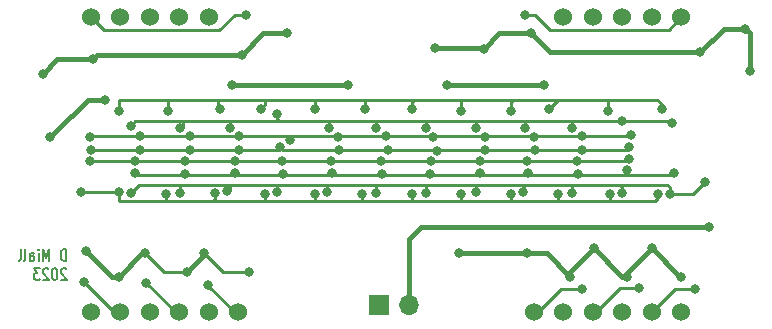
<source format=gbr>
%TF.GenerationSoftware,KiCad,Pcbnew,7.99.0-3564-gbeb917e572-dirty*%
%TF.CreationDate,2023-11-16T20:45:22+00:00*%
%TF.ProjectId,VFD Replacement,56464420-5265-4706-9c61-63656d656e74,rev?*%
%TF.SameCoordinates,Original*%
%TF.FileFunction,Copper,L2,Bot*%
%TF.FilePolarity,Positive*%
%FSLAX46Y46*%
G04 Gerber Fmt 4.6, Leading zero omitted, Abs format (unit mm)*
G04 Created by KiCad (PCBNEW 7.99.0-3564-gbeb917e572-dirty) date 2023-11-16 20:45:22*
%MOMM*%
%LPD*%
G01*
G04 APERTURE LIST*
%ADD10C,0.130000*%
%TA.AperFunction,NonConductor*%
%ADD11C,0.130000*%
%TD*%
%TA.AperFunction,ComponentPad*%
%ADD12C,1.524000*%
%TD*%
%TA.AperFunction,ComponentPad*%
%ADD13R,1.700000X1.700000*%
%TD*%
%TA.AperFunction,ComponentPad*%
%ADD14O,1.700000X1.700000*%
%TD*%
%TA.AperFunction,ViaPad*%
%ADD15C,0.800000*%
%TD*%
%TA.AperFunction,Conductor*%
%ADD16C,0.400000*%
%TD*%
%TA.AperFunction,Conductor*%
%ADD17C,0.250000*%
%TD*%
G04 APERTURE END LIST*
D10*
D11*
X129923997Y-64860915D02*
X129923997Y-63860915D01*
X129923997Y-63860915D02*
X129733521Y-63860915D01*
X129733521Y-63860915D02*
X129619235Y-63908534D01*
X129619235Y-63908534D02*
X129543045Y-64003772D01*
X129543045Y-64003772D02*
X129504950Y-64099010D01*
X129504950Y-64099010D02*
X129466854Y-64289486D01*
X129466854Y-64289486D02*
X129466854Y-64432343D01*
X129466854Y-64432343D02*
X129504950Y-64622819D01*
X129504950Y-64622819D02*
X129543045Y-64718057D01*
X129543045Y-64718057D02*
X129619235Y-64813296D01*
X129619235Y-64813296D02*
X129733521Y-64860915D01*
X129733521Y-64860915D02*
X129923997Y-64860915D01*
X128514473Y-64860915D02*
X128514473Y-63860915D01*
X128514473Y-63860915D02*
X128247807Y-64575200D01*
X128247807Y-64575200D02*
X127981140Y-63860915D01*
X127981140Y-63860915D02*
X127981140Y-64860915D01*
X127600187Y-64860915D02*
X127600187Y-64194248D01*
X127600187Y-63860915D02*
X127638283Y-63908534D01*
X127638283Y-63908534D02*
X127600187Y-63956153D01*
X127600187Y-63956153D02*
X127562092Y-63908534D01*
X127562092Y-63908534D02*
X127600187Y-63860915D01*
X127600187Y-63860915D02*
X127600187Y-63956153D01*
X126876378Y-64860915D02*
X126876378Y-64337105D01*
X126876378Y-64337105D02*
X126914473Y-64241867D01*
X126914473Y-64241867D02*
X126990664Y-64194248D01*
X126990664Y-64194248D02*
X127143045Y-64194248D01*
X127143045Y-64194248D02*
X127219235Y-64241867D01*
X126876378Y-64813296D02*
X126952569Y-64860915D01*
X126952569Y-64860915D02*
X127143045Y-64860915D01*
X127143045Y-64860915D02*
X127219235Y-64813296D01*
X127219235Y-64813296D02*
X127257331Y-64718057D01*
X127257331Y-64718057D02*
X127257331Y-64622819D01*
X127257331Y-64622819D02*
X127219235Y-64527581D01*
X127219235Y-64527581D02*
X127143045Y-64479962D01*
X127143045Y-64479962D02*
X126952569Y-64479962D01*
X126952569Y-64479962D02*
X126876378Y-64432343D01*
X126381140Y-64860915D02*
X126457330Y-64813296D01*
X126457330Y-64813296D02*
X126495425Y-64718057D01*
X126495425Y-64718057D02*
X126495425Y-63860915D01*
X125962092Y-64860915D02*
X126038282Y-64813296D01*
X126038282Y-64813296D02*
X126076377Y-64718057D01*
X126076377Y-64718057D02*
X126076377Y-63860915D01*
X129962093Y-65566097D02*
X129923997Y-65518478D01*
X129923997Y-65518478D02*
X129847807Y-65470859D01*
X129847807Y-65470859D02*
X129657331Y-65470859D01*
X129657331Y-65470859D02*
X129581140Y-65518478D01*
X129581140Y-65518478D02*
X129543045Y-65566097D01*
X129543045Y-65566097D02*
X129504950Y-65661335D01*
X129504950Y-65661335D02*
X129504950Y-65756573D01*
X129504950Y-65756573D02*
X129543045Y-65899430D01*
X129543045Y-65899430D02*
X130000188Y-66470859D01*
X130000188Y-66470859D02*
X129504950Y-66470859D01*
X129009711Y-65470859D02*
X128933521Y-65470859D01*
X128933521Y-65470859D02*
X128857330Y-65518478D01*
X128857330Y-65518478D02*
X128819235Y-65566097D01*
X128819235Y-65566097D02*
X128781140Y-65661335D01*
X128781140Y-65661335D02*
X128743045Y-65851811D01*
X128743045Y-65851811D02*
X128743045Y-66089906D01*
X128743045Y-66089906D02*
X128781140Y-66280382D01*
X128781140Y-66280382D02*
X128819235Y-66375620D01*
X128819235Y-66375620D02*
X128857330Y-66423240D01*
X128857330Y-66423240D02*
X128933521Y-66470859D01*
X128933521Y-66470859D02*
X129009711Y-66470859D01*
X129009711Y-66470859D02*
X129085902Y-66423240D01*
X129085902Y-66423240D02*
X129123997Y-66375620D01*
X129123997Y-66375620D02*
X129162092Y-66280382D01*
X129162092Y-66280382D02*
X129200188Y-66089906D01*
X129200188Y-66089906D02*
X129200188Y-65851811D01*
X129200188Y-65851811D02*
X129162092Y-65661335D01*
X129162092Y-65661335D02*
X129123997Y-65566097D01*
X129123997Y-65566097D02*
X129085902Y-65518478D01*
X129085902Y-65518478D02*
X129009711Y-65470859D01*
X128438283Y-65566097D02*
X128400187Y-65518478D01*
X128400187Y-65518478D02*
X128323997Y-65470859D01*
X128323997Y-65470859D02*
X128133521Y-65470859D01*
X128133521Y-65470859D02*
X128057330Y-65518478D01*
X128057330Y-65518478D02*
X128019235Y-65566097D01*
X128019235Y-65566097D02*
X127981140Y-65661335D01*
X127981140Y-65661335D02*
X127981140Y-65756573D01*
X127981140Y-65756573D02*
X128019235Y-65899430D01*
X128019235Y-65899430D02*
X128476378Y-66470859D01*
X128476378Y-66470859D02*
X127981140Y-66470859D01*
X127714473Y-65470859D02*
X127219235Y-65470859D01*
X127219235Y-65470859D02*
X127485901Y-65851811D01*
X127485901Y-65851811D02*
X127371616Y-65851811D01*
X127371616Y-65851811D02*
X127295425Y-65899430D01*
X127295425Y-65899430D02*
X127257330Y-65947049D01*
X127257330Y-65947049D02*
X127219235Y-66042287D01*
X127219235Y-66042287D02*
X127219235Y-66280382D01*
X127219235Y-66280382D02*
X127257330Y-66375620D01*
X127257330Y-66375620D02*
X127295425Y-66423240D01*
X127295425Y-66423240D02*
X127371616Y-66470859D01*
X127371616Y-66470859D02*
X127600187Y-66470859D01*
X127600187Y-66470859D02*
X127676378Y-66423240D01*
X127676378Y-66423240D02*
X127714473Y-66375620D01*
D12*
%TO.P,J3,1,Pin_1*%
%TO.N,/G1*%
X132028196Y-69200000D03*
%TO.P,J3,2,Pin_2*%
%TO.N,/G2*%
X134528196Y-69200000D03*
%TO.P,J3,3,Pin_3*%
%TO.N,/G3*%
X137028196Y-69200000D03*
%TO.P,J3,4,Pin_4*%
%TO.N,/G4*%
X139528196Y-69200000D03*
%TO.P,J3,5,Pin_5*%
%TO.N,/G5*%
X142028196Y-69200000D03*
%TO.P,J3,6,Pin_6*%
%TO.N,/G6*%
X144528196Y-69200000D03*
%TD*%
%TO.P,J1,5,Pin_5*%
%TO.N,/F*%
X142028196Y-44200000D03*
%TO.P,J1,4,Pin_4*%
%TO.N,/G*%
X139528196Y-44200000D03*
%TO.P,J1,3,Pin_3*%
%TO.N,/E*%
X137028196Y-44200000D03*
%TO.P,J1,2,Pin_2*%
%TO.N,/D*%
X134528196Y-44200000D03*
%TO.P,J1,1,Pin_1*%
%TO.N,/Fil A*%
X132028196Y-44200000D03*
%TD*%
D13*
%TO.P,J5,1,Pin_1*%
%TO.N,-27V*%
X156460000Y-68600000D03*
D14*
%TO.P,J5,2,Pin_2*%
%TO.N,+22V*%
X159000000Y-68600000D03*
%TD*%
D12*
%TO.P,J4,1,Pin_1*%
%TO.N,/G7*%
X169525000Y-69200000D03*
%TO.P,J4,2,Pin_2*%
%TO.N,/G8*%
X172025000Y-69200000D03*
%TO.P,J4,3,Pin_3*%
%TO.N,/G9*%
X174525000Y-69200000D03*
%TO.P,J4,4,Pin_4*%
%TO.N,/G10*%
X177025000Y-69200000D03*
%TO.P,J4,5,Pin_5*%
%TO.N,/G11*%
X179525000Y-69200000D03*
%TO.P,J4,6,Pin_6*%
%TO.N,/G12*%
X182025000Y-69200000D03*
%TD*%
%TO.P,J2,5,Pin_5*%
%TO.N,/Fil B*%
X182028196Y-44200000D03*
%TO.P,J2,4,Pin_4*%
%TO.N,/DP*%
X179528196Y-44200000D03*
%TO.P,J2,3,Pin_3*%
%TO.N,/C*%
X177028196Y-44200000D03*
%TO.P,J2,2,Pin_2*%
%TO.N,/B*%
X174528196Y-44200000D03*
%TO.P,J2,1,Pin_1*%
%TO.N,/A*%
X172028196Y-44200000D03*
%TD*%
D15*
%TO.N,+22V*%
X187800000Y-48800000D03*
X184400000Y-62000000D03*
%TO.N,-27V*%
X163200000Y-64200000D03*
X170400000Y-50000000D03*
X162200000Y-50000000D03*
X144000000Y-50000000D03*
X153815902Y-50000000D03*
X128600000Y-54400000D03*
X133200000Y-51200000D03*
%TO.N,+22V*%
X161200000Y-46800000D03*
%TO.N,-27V*%
X131600000Y-64000000D03*
X134400000Y-66200000D03*
X169000000Y-64224500D03*
X172600000Y-66200000D03*
X174600000Y-63800000D03*
X177400000Y-66200000D03*
X179524500Y-63800000D03*
X182000000Y-66200000D03*
X136600000Y-64200000D03*
X140200000Y-65800000D03*
X141600000Y-64200000D03*
X145400000Y-65800000D03*
%TO.N,+22V*%
X144812299Y-47412299D03*
X148600000Y-45600000D03*
X132200000Y-47800000D03*
X128000000Y-49000000D03*
X165324500Y-46887322D03*
X169324598Y-45600000D03*
X187400000Y-45200000D03*
X183600000Y-47200000D03*
%TO.N,/Ds*%
X131200000Y-59000000D03*
%TO.N,/DPs*%
X184000000Y-58200000D03*
X177000000Y-59075500D03*
X172800000Y-59075500D03*
X168600000Y-59000000D03*
X164600000Y-59000000D03*
X160400000Y-59075500D03*
X156200000Y-59075500D03*
X152000000Y-59000000D03*
X147800000Y-59000000D03*
X143600000Y-58975500D03*
X139600000Y-59075500D03*
X135400000Y-59075500D03*
X181024968Y-59199346D03*
%TO.N,/Cs*%
X177400000Y-57200000D03*
X173246060Y-57465909D03*
X169007507Y-57458882D03*
X165011452Y-57441247D03*
X160759928Y-57483473D03*
X156646060Y-57465909D03*
X152407507Y-57458882D03*
X148270441Y-57464363D03*
X144194032Y-57399485D03*
X139983418Y-57470229D03*
X135810872Y-57457205D03*
X181400000Y-57400000D03*
%TO.N,/Es*%
X135800000Y-56400000D03*
X140000000Y-56400000D03*
X144200000Y-56400000D03*
X148200000Y-56400000D03*
X156600000Y-56400000D03*
X160800000Y-56400000D03*
X165000000Y-56400000D03*
X169000000Y-56400000D03*
X173200000Y-56400000D03*
X152400000Y-56400000D03*
X177587701Y-56212299D03*
X131999651Y-56430168D03*
%TO.N,/Gs*%
X136200000Y-55430732D03*
X140400000Y-55430732D03*
X144600000Y-55430732D03*
X148044642Y-55213899D03*
X153000000Y-55430732D03*
X157150344Y-55477576D03*
X161365001Y-55573729D03*
X165400000Y-55430732D03*
X169600000Y-55430732D03*
X173600000Y-55430732D03*
X177600000Y-55200000D03*
X132011219Y-55430732D03*
%TO.N,/Fs*%
X136200000Y-54325000D03*
X140400000Y-54325000D03*
X144600000Y-54325000D03*
X148874197Y-54656365D03*
X152939224Y-54345120D03*
X157000000Y-54325000D03*
X161037251Y-54370011D03*
X165383437Y-54331418D03*
X169539224Y-54345120D03*
X173600000Y-54325000D03*
X132000000Y-54400000D03*
X177796752Y-54202777D03*
%TO.N,/Bs*%
X177000000Y-53000000D03*
X172800000Y-53600000D03*
X168800000Y-53600000D03*
X164600000Y-53600000D03*
X160400000Y-53600000D03*
X156200000Y-53600000D03*
X152200000Y-53600000D03*
X147800000Y-52400000D03*
X143800000Y-53600000D03*
X139600000Y-53600000D03*
X181200000Y-53200000D03*
X135400000Y-53400000D03*
%TO.N,/As*%
X138600000Y-52200000D03*
X143000000Y-52000000D03*
X146400000Y-52000000D03*
X151000000Y-52000000D03*
X155200000Y-52000000D03*
X159200000Y-52000000D03*
X163400000Y-52200000D03*
X167600000Y-52200000D03*
X170800000Y-52000000D03*
X175800000Y-52200000D03*
X134400000Y-52200000D03*
X180400000Y-52000000D03*
%TO.N,/Ds*%
X138400000Y-59200000D03*
X142547408Y-59134260D03*
X146800000Y-59200000D03*
X151000000Y-59200000D03*
X155000000Y-59200000D03*
X159200000Y-59200000D03*
X163400000Y-59200000D03*
X167600000Y-59200000D03*
X171600000Y-59200000D03*
X176000000Y-59200000D03*
X134400000Y-59000000D03*
X180025808Y-59225500D03*
%TO.N,/Fil A*%
X145200000Y-44000000D03*
%TO.N,/Fil B*%
X168800000Y-44000000D03*
%TO.N,/G2*%
X131416520Y-66683533D03*
%TO.N,/G4*%
X136742389Y-66733012D03*
%TO.N,/G6*%
X141987701Y-66887701D03*
%TO.N,/G11*%
X183200000Y-67200000D03*
%TO.N,/G7*%
X173600000Y-67200000D03*
%TO.N,/G9*%
X178400000Y-67137701D03*
%TD*%
D16*
%TO.N,+22V*%
X161200000Y-46800000D02*
X165237178Y-46800000D01*
X165237178Y-46800000D02*
X165324500Y-46887322D01*
%TO.N,-27V*%
X153815902Y-50000000D02*
X144000000Y-50000000D01*
D17*
%TO.N,/As*%
X146400000Y-52000000D02*
X146800000Y-51600000D01*
X146800000Y-51600000D02*
X146800000Y-51200000D01*
%TO.N,/Bs*%
X147800000Y-52400000D02*
X147800000Y-52800000D01*
X147800000Y-52800000D02*
X148000000Y-53000000D01*
D16*
%TO.N,+22V*%
X159000000Y-63000000D02*
X160000000Y-62000000D01*
X159000000Y-68600000D02*
X159000000Y-63000000D01*
X160000000Y-62000000D02*
X160600000Y-62000000D01*
X160600000Y-62000000D02*
X184400000Y-62000000D01*
X187800000Y-48800000D02*
X187800000Y-45600000D01*
X187800000Y-45600000D02*
X187400000Y-45200000D01*
%TO.N,-27V*%
X169000000Y-64224500D02*
X163224500Y-64224500D01*
X163224500Y-64224500D02*
X163200000Y-64200000D01*
X177400000Y-66200000D02*
X177400000Y-65924500D01*
X177400000Y-65924500D02*
X179524500Y-63800000D01*
X172600000Y-66200000D02*
X172600000Y-65800000D01*
X172600000Y-65800000D02*
X174600000Y-63800000D01*
X164800000Y-50000000D02*
X162200000Y-50000000D01*
X169600000Y-50000000D02*
X164800000Y-50000000D01*
X170400000Y-50000000D02*
X169600000Y-50000000D01*
X131600000Y-51400000D02*
X131800000Y-51200000D01*
X131800000Y-51200000D02*
X133200000Y-51200000D01*
X129200000Y-53800000D02*
X131600000Y-51400000D01*
X128600000Y-54400000D02*
X129200000Y-53800000D01*
X136600000Y-64200000D02*
X136400000Y-64200000D01*
X136400000Y-64200000D02*
X134400000Y-66200000D01*
X141600000Y-64200000D02*
X141600000Y-64400000D01*
X141600000Y-64400000D02*
X140200000Y-65800000D01*
%TO.N,+22V*%
X169324598Y-45600000D02*
X170924598Y-47200000D01*
X170924598Y-47200000D02*
X183600000Y-47200000D01*
X144812299Y-47412299D02*
X132587701Y-47412299D01*
X132587701Y-47412299D02*
X132200000Y-47800000D01*
X144812299Y-47412299D02*
X146624598Y-45600000D01*
X146624598Y-45600000D02*
X148600000Y-45600000D01*
X128000000Y-49000000D02*
X129200000Y-47800000D01*
X129200000Y-47800000D02*
X132200000Y-47800000D01*
X169324598Y-45600000D02*
X166611822Y-45600000D01*
X166611822Y-45600000D02*
X165324500Y-46887322D01*
X187400000Y-45200000D02*
X185600000Y-45200000D01*
X185600000Y-45200000D02*
X183600000Y-47200000D01*
%TO.N,-27V*%
X133800000Y-66200000D02*
X131600000Y-64000000D01*
X134400000Y-66200000D02*
X133800000Y-66200000D01*
D17*
X140200000Y-65800000D02*
X138200000Y-65800000D01*
X138200000Y-65800000D02*
X136600000Y-64200000D01*
X145400000Y-65800000D02*
X143200000Y-65800000D01*
X143200000Y-65800000D02*
X141600000Y-64200000D01*
D16*
X170624500Y-64224500D02*
X169000000Y-64224500D01*
X172600000Y-66200000D02*
X170624500Y-64224500D01*
X177000000Y-66200000D02*
X174600000Y-63800000D01*
X177400000Y-66200000D02*
X177000000Y-66200000D01*
X181924500Y-66200000D02*
X179524500Y-63800000D01*
X182000000Y-66200000D02*
X181924500Y-66200000D01*
D17*
%TO.N,/G11*%
X183200000Y-67200000D02*
X181525000Y-67200000D01*
X181525000Y-67200000D02*
X179525000Y-69200000D01*
%TO.N,/G9*%
X178400000Y-67137701D02*
X176824799Y-67137701D01*
X176824799Y-67137701D02*
X174762500Y-69200000D01*
X174762500Y-69200000D02*
X174525000Y-69200000D01*
%TO.N,/G7*%
X173600000Y-67200000D02*
X171862500Y-67200000D01*
X171862500Y-67200000D02*
X169862500Y-69200000D01*
X169862500Y-69200000D02*
X169525000Y-69200000D01*
%TO.N,/Fil B*%
X168800000Y-44000000D02*
X169600000Y-44000000D01*
X169600000Y-44000000D02*
X170887000Y-45287000D01*
X170887000Y-45287000D02*
X180941196Y-45287000D01*
X180941196Y-45287000D02*
X182028196Y-44200000D01*
%TO.N,/Ds*%
X131200000Y-59000000D02*
X134400000Y-59000000D01*
%TO.N,/Gs*%
X148044642Y-55213899D02*
X148261475Y-55430732D01*
X144600000Y-55430732D02*
X147827809Y-55430732D01*
X147827809Y-55430732D02*
X148044642Y-55213899D01*
X148261475Y-55430732D02*
X153000000Y-55430732D01*
%TO.N,/DPs*%
X184000000Y-58200000D02*
X183000654Y-59199346D01*
X183000654Y-59199346D02*
X181024968Y-59199346D01*
X176800000Y-58400000D02*
X172800000Y-58400000D01*
X180800000Y-58400000D02*
X176800000Y-58400000D01*
X177000000Y-59075500D02*
X177000000Y-58600000D01*
X177000000Y-58600000D02*
X176800000Y-58400000D01*
X172800000Y-59075500D02*
X172800000Y-58400000D01*
X172800000Y-58400000D02*
X168800000Y-58400000D01*
X168600000Y-58600000D02*
X168800000Y-58400000D01*
X168800000Y-58400000D02*
X164600000Y-58400000D01*
X168600000Y-59000000D02*
X168600000Y-58600000D01*
X164600000Y-58400000D02*
X160400000Y-58400000D01*
X164600000Y-59000000D02*
X164600000Y-58400000D01*
X160400000Y-59075500D02*
X160400000Y-58400000D01*
X160400000Y-58400000D02*
X156200000Y-58400000D01*
X156200000Y-58400000D02*
X152000000Y-58400000D01*
X156200000Y-59075500D02*
X156200000Y-58400000D01*
X152000000Y-58400000D02*
X147800000Y-58400000D01*
X152000000Y-59000000D02*
X152000000Y-58400000D01*
X147800000Y-58400000D02*
X143800000Y-58400000D01*
X147800000Y-59000000D02*
X147800000Y-58400000D01*
X143800000Y-58400000D02*
X139600000Y-58400000D01*
X143600000Y-58975500D02*
X143800000Y-58775500D01*
X143800000Y-58775500D02*
X143800000Y-58400000D01*
X139600000Y-58400000D02*
X136075500Y-58400000D01*
X139600000Y-59075500D02*
X139600000Y-58400000D01*
X136075500Y-58400000D02*
X135400000Y-59075500D01*
X181024968Y-58624968D02*
X180800000Y-58400000D01*
X181024968Y-59199346D02*
X181024968Y-58624968D01*
%TO.N,/Cs*%
X140000000Y-57600000D02*
X177400000Y-57600000D01*
X177400000Y-57600000D02*
X181200000Y-57600000D01*
X177400000Y-57200000D02*
X177400000Y-57600000D01*
X135953667Y-57600000D02*
X140000000Y-57600000D01*
X139983418Y-57583418D02*
X140000000Y-57600000D01*
X139983418Y-57470229D02*
X139983418Y-57583418D01*
X135810872Y-57457205D02*
X135953667Y-57600000D01*
X181200000Y-57600000D02*
X181400000Y-57400000D01*
%TO.N,/Es*%
X132029819Y-56400000D02*
X135800000Y-56400000D01*
X135800000Y-56400000D02*
X140000000Y-56400000D01*
X140000000Y-56400000D02*
X144200000Y-56400000D01*
X144200000Y-56400000D02*
X148200000Y-56400000D01*
X148200000Y-56400000D02*
X152400000Y-56400000D01*
X152400000Y-56400000D02*
X156600000Y-56400000D01*
X156600000Y-56400000D02*
X160800000Y-56400000D01*
X160800000Y-56400000D02*
X165000000Y-56400000D01*
%TO.N,/Gs*%
X157103500Y-55430732D02*
X157150344Y-55477576D01*
X157150344Y-55477576D02*
X157197188Y-55430732D01*
X157197188Y-55430732D02*
X161222004Y-55430732D01*
X161222004Y-55430732D02*
X161365001Y-55573729D01*
X153000000Y-55430732D02*
X157103500Y-55430732D01*
X161365001Y-55573729D02*
X161507998Y-55430732D01*
X161507998Y-55430732D02*
X165400000Y-55430732D01*
%TO.N,/Es*%
X165000000Y-56400000D02*
X169000000Y-56400000D01*
X169000000Y-56400000D02*
X173200000Y-56400000D01*
X173200000Y-56400000D02*
X177400000Y-56400000D01*
X131999651Y-56430168D02*
X132029819Y-56400000D01*
X177400000Y-56400000D02*
X177587701Y-56212299D01*
%TO.N,/Gs*%
X132011219Y-55430732D02*
X136200000Y-55430732D01*
X136200000Y-55430732D02*
X140400000Y-55430732D01*
X140400000Y-55430732D02*
X144600000Y-55430732D01*
X165400000Y-55430732D02*
X169600000Y-55430732D01*
X169600000Y-55430732D02*
X173600000Y-55430732D01*
X173600000Y-55430732D02*
X177369268Y-55430732D01*
X177369268Y-55430732D02*
X177600000Y-55200000D01*
%TO.N,/Fs*%
X140400000Y-54325000D02*
X136200000Y-54325000D01*
X136200000Y-54325000D02*
X132075000Y-54325000D01*
X144600000Y-54325000D02*
X140400000Y-54325000D01*
X157000000Y-54325000D02*
X144600000Y-54325000D01*
X173600000Y-54325000D02*
X157000000Y-54325000D01*
X177674529Y-54325000D02*
X173600000Y-54325000D01*
X177796752Y-54202777D02*
X177674529Y-54325000D01*
X132075000Y-54325000D02*
X132000000Y-54400000D01*
%TO.N,/Bs*%
X177000000Y-53000000D02*
X181000000Y-53000000D01*
X172800000Y-53000000D02*
X177000000Y-53000000D01*
X168800000Y-53000000D02*
X172800000Y-53000000D01*
X172800000Y-53600000D02*
X172800000Y-53000000D01*
X164600000Y-53600000D02*
X164600000Y-53000000D01*
X164600000Y-53000000D02*
X168800000Y-53000000D01*
X168800000Y-53600000D02*
X168800000Y-53000000D01*
X160400000Y-53000000D02*
X164600000Y-53000000D01*
X156200000Y-53000000D02*
X160400000Y-53000000D01*
X160400000Y-53600000D02*
X160400000Y-53000000D01*
X152200000Y-53000000D02*
X156200000Y-53000000D01*
X156200000Y-53600000D02*
X156200000Y-53000000D01*
X148000000Y-53000000D02*
X152200000Y-53000000D01*
X152200000Y-53600000D02*
X152200000Y-53000000D01*
X143800000Y-53000000D02*
X148000000Y-53000000D01*
X143800000Y-53600000D02*
X143800000Y-53000000D01*
X139800000Y-53000000D02*
X143800000Y-53000000D01*
X135800000Y-53000000D02*
X139800000Y-53000000D01*
X139600000Y-53600000D02*
X139800000Y-53400000D01*
X139800000Y-53400000D02*
X139800000Y-53000000D01*
X135400000Y-53400000D02*
X135800000Y-53000000D01*
X181000000Y-53000000D02*
X181200000Y-53200000D01*
%TO.N,/As*%
X180400000Y-51600000D02*
X180000000Y-51200000D01*
X180400000Y-52000000D02*
X180400000Y-51600000D01*
X180000000Y-51200000D02*
X175800000Y-51200000D01*
X170800000Y-52000000D02*
X171600000Y-51200000D01*
X171600000Y-51200000D02*
X171800000Y-51200000D01*
X143000000Y-52000000D02*
X142800000Y-51800000D01*
X142800000Y-51800000D02*
X142800000Y-51200000D01*
X138600000Y-51200000D02*
X142800000Y-51200000D01*
X134400000Y-51200000D02*
X138600000Y-51200000D01*
X138600000Y-52200000D02*
X138600000Y-51200000D01*
X142800000Y-51200000D02*
X146800000Y-51200000D01*
X146800000Y-51200000D02*
X151000000Y-51200000D01*
X151000000Y-51200000D02*
X155200000Y-51200000D01*
X151000000Y-52000000D02*
X151000000Y-51200000D01*
X155200000Y-51200000D02*
X159400000Y-51200000D01*
X155200000Y-52000000D02*
X155200000Y-51200000D01*
X159400000Y-51200000D02*
X163400000Y-51200000D01*
X159200000Y-51400000D02*
X159400000Y-51200000D01*
X159200000Y-52000000D02*
X159200000Y-51400000D01*
X163400000Y-52200000D02*
X163400000Y-51200000D01*
X163400000Y-51200000D02*
X167800000Y-51200000D01*
X167800000Y-51200000D02*
X171800000Y-51200000D01*
X167600000Y-52200000D02*
X167600000Y-51400000D01*
X167600000Y-51400000D02*
X167800000Y-51200000D01*
X171800000Y-51200000D02*
X175800000Y-51200000D01*
X175800000Y-52200000D02*
X175800000Y-51200000D01*
X134400000Y-52200000D02*
X134400000Y-51200000D01*
%TO.N,/Ds*%
X134400000Y-59800000D02*
X138400000Y-59800000D01*
X138400000Y-59800000D02*
X142400000Y-59800000D01*
X138400000Y-59200000D02*
X138400000Y-59800000D01*
X142400000Y-59800000D02*
X146800000Y-59800000D01*
X142547408Y-59134260D02*
X142547408Y-59652592D01*
X142547408Y-59652592D02*
X142400000Y-59800000D01*
X146800000Y-59800000D02*
X151000000Y-59800000D01*
X146800000Y-59200000D02*
X146800000Y-59800000D01*
X151000000Y-59800000D02*
X155000000Y-59800000D01*
X151000000Y-59200000D02*
X151000000Y-59800000D01*
X155000000Y-59200000D02*
X155000000Y-59800000D01*
X155000000Y-59800000D02*
X159200000Y-59800000D01*
X159200000Y-59800000D02*
X163400000Y-59800000D01*
X159200000Y-59200000D02*
X159200000Y-59800000D01*
X163400000Y-59800000D02*
X167600000Y-59800000D01*
X163400000Y-59200000D02*
X163400000Y-59800000D01*
X167600000Y-59800000D02*
X171600000Y-59800000D01*
X167600000Y-59200000D02*
X167600000Y-59800000D01*
X171600000Y-59200000D02*
X171600000Y-59800000D01*
X171600000Y-59800000D02*
X176000000Y-59800000D01*
X176000000Y-59800000D02*
X179800000Y-59800000D01*
X176000000Y-59200000D02*
X176000000Y-59800000D01*
X134400000Y-59000000D02*
X134400000Y-59800000D01*
X179800000Y-59800000D02*
X180025808Y-59574192D01*
X180025808Y-59574192D02*
X180025808Y-59225500D01*
%TO.N,/Fil A*%
X145200000Y-44000000D02*
X144200000Y-44000000D01*
X144200000Y-44000000D02*
X142913000Y-45287000D01*
X142913000Y-45287000D02*
X133115196Y-45287000D01*
X133115196Y-45287000D02*
X132028196Y-44200000D01*
%TO.N,/G6*%
X141987701Y-66887701D02*
X141987701Y-66987701D01*
X141987701Y-66987701D02*
X144200000Y-69200000D01*
X144200000Y-69200000D02*
X144528196Y-69200000D01*
%TO.N,/G4*%
X136742389Y-66733012D02*
X136742389Y-66742389D01*
X136742389Y-66742389D02*
X139200000Y-69200000D01*
X139200000Y-69200000D02*
X139528196Y-69200000D01*
%TO.N,/G2*%
X131416520Y-66683533D02*
X131483533Y-66683533D01*
X131483533Y-66683533D02*
X134000000Y-69200000D01*
X134000000Y-69200000D02*
X134528196Y-69200000D01*
%TD*%
M02*

</source>
